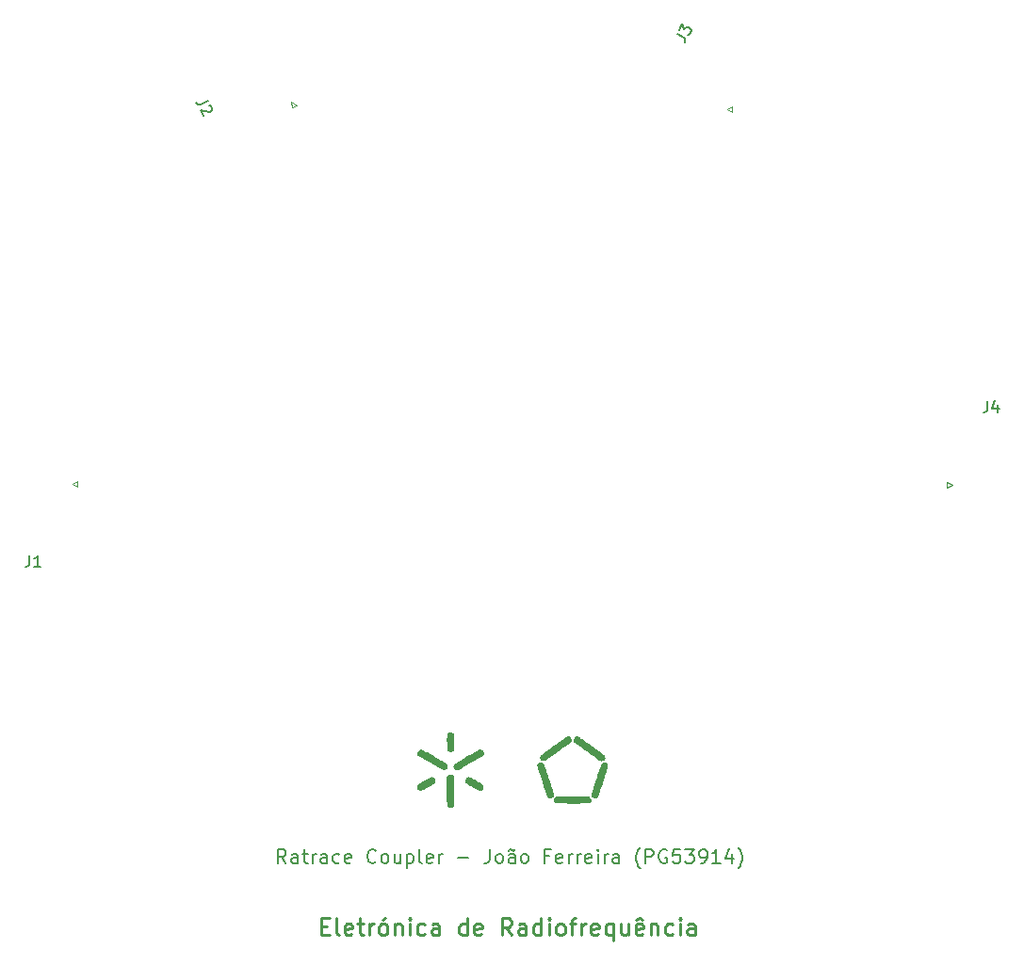
<source format=gto>
%TF.GenerationSoftware,KiCad,Pcbnew,8.0.7-8.0.7-0~ubuntu22.04.1*%
%TF.CreationDate,2025-04-11T11:52:52+01:00*%
%TF.ProjectId,ratrace_coupler,72617472-6163-4655-9f63-6f75706c6572,rev?*%
%TF.SameCoordinates,Original*%
%TF.FileFunction,Legend,Top*%
%TF.FilePolarity,Positive*%
%FSLAX46Y46*%
G04 Gerber Fmt 4.6, Leading zero omitted, Abs format (unit mm)*
G04 Created by KiCad (PCBNEW 8.0.7-8.0.7-0~ubuntu22.04.1) date 2025-04-11 11:52:52*
%MOMM*%
%LPD*%
G01*
G04 APERTURE LIST*
G04 Aperture macros list*
%AMRotRect*
0 Rectangle, with rotation*
0 The origin of the aperture is its center*
0 $1 length*
0 $2 width*
0 $3 Rotation angle, in degrees counterclockwise*
0 Add horizontal line*
21,1,$1,$2,0,0,$3*%
G04 Aperture macros list end*
%ADD10C,0.150000*%
%ADD11C,0.250000*%
%ADD12C,0.120000*%
%ADD13C,0.000000*%
%ADD14RotRect,5.080000X2.290000X300.000000*%
%ADD15RotRect,5.080000X2.420000X300.000000*%
%ADD16RotRect,5.080000X2.290000X240.000000*%
%ADD17RotRect,5.080000X2.420000X240.000000*%
%ADD18R,5.080000X2.290000*%
%ADD19R,5.080000X2.420000*%
G04 APERTURE END LIST*
D10*
X102710588Y-137939223D02*
X102293922Y-137343985D01*
X101996303Y-137939223D02*
X101996303Y-136689223D01*
X101996303Y-136689223D02*
X102472493Y-136689223D01*
X102472493Y-136689223D02*
X102591541Y-136748747D01*
X102591541Y-136748747D02*
X102651064Y-136808271D01*
X102651064Y-136808271D02*
X102710588Y-136927319D01*
X102710588Y-136927319D02*
X102710588Y-137105890D01*
X102710588Y-137105890D02*
X102651064Y-137224938D01*
X102651064Y-137224938D02*
X102591541Y-137284461D01*
X102591541Y-137284461D02*
X102472493Y-137343985D01*
X102472493Y-137343985D02*
X101996303Y-137343985D01*
X103782017Y-137939223D02*
X103782017Y-137284461D01*
X103782017Y-137284461D02*
X103722493Y-137165414D01*
X103722493Y-137165414D02*
X103603445Y-137105890D01*
X103603445Y-137105890D02*
X103365350Y-137105890D01*
X103365350Y-137105890D02*
X103246303Y-137165414D01*
X103782017Y-137879700D02*
X103662969Y-137939223D01*
X103662969Y-137939223D02*
X103365350Y-137939223D01*
X103365350Y-137939223D02*
X103246303Y-137879700D01*
X103246303Y-137879700D02*
X103186779Y-137760652D01*
X103186779Y-137760652D02*
X103186779Y-137641604D01*
X103186779Y-137641604D02*
X103246303Y-137522557D01*
X103246303Y-137522557D02*
X103365350Y-137463033D01*
X103365350Y-137463033D02*
X103662969Y-137463033D01*
X103662969Y-137463033D02*
X103782017Y-137403509D01*
X104198683Y-137105890D02*
X104674874Y-137105890D01*
X104377255Y-136689223D02*
X104377255Y-137760652D01*
X104377255Y-137760652D02*
X104436778Y-137879700D01*
X104436778Y-137879700D02*
X104555826Y-137939223D01*
X104555826Y-137939223D02*
X104674874Y-137939223D01*
X105091541Y-137939223D02*
X105091541Y-137105890D01*
X105091541Y-137343985D02*
X105151064Y-137224938D01*
X105151064Y-137224938D02*
X105210588Y-137165414D01*
X105210588Y-137165414D02*
X105329636Y-137105890D01*
X105329636Y-137105890D02*
X105448683Y-137105890D01*
X106401065Y-137939223D02*
X106401065Y-137284461D01*
X106401065Y-137284461D02*
X106341541Y-137165414D01*
X106341541Y-137165414D02*
X106222493Y-137105890D01*
X106222493Y-137105890D02*
X105984398Y-137105890D01*
X105984398Y-137105890D02*
X105865351Y-137165414D01*
X106401065Y-137879700D02*
X106282017Y-137939223D01*
X106282017Y-137939223D02*
X105984398Y-137939223D01*
X105984398Y-137939223D02*
X105865351Y-137879700D01*
X105865351Y-137879700D02*
X105805827Y-137760652D01*
X105805827Y-137760652D02*
X105805827Y-137641604D01*
X105805827Y-137641604D02*
X105865351Y-137522557D01*
X105865351Y-137522557D02*
X105984398Y-137463033D01*
X105984398Y-137463033D02*
X106282017Y-137463033D01*
X106282017Y-137463033D02*
X106401065Y-137403509D01*
X107532017Y-137879700D02*
X107412969Y-137939223D01*
X107412969Y-137939223D02*
X107174874Y-137939223D01*
X107174874Y-137939223D02*
X107055826Y-137879700D01*
X107055826Y-137879700D02*
X106996303Y-137820176D01*
X106996303Y-137820176D02*
X106936779Y-137701128D01*
X106936779Y-137701128D02*
X106936779Y-137343985D01*
X106936779Y-137343985D02*
X106996303Y-137224938D01*
X106996303Y-137224938D02*
X107055826Y-137165414D01*
X107055826Y-137165414D02*
X107174874Y-137105890D01*
X107174874Y-137105890D02*
X107412969Y-137105890D01*
X107412969Y-137105890D02*
X107532017Y-137165414D01*
X108543922Y-137879700D02*
X108424874Y-137939223D01*
X108424874Y-137939223D02*
X108186779Y-137939223D01*
X108186779Y-137939223D02*
X108067732Y-137879700D01*
X108067732Y-137879700D02*
X108008208Y-137760652D01*
X108008208Y-137760652D02*
X108008208Y-137284461D01*
X108008208Y-137284461D02*
X108067732Y-137165414D01*
X108067732Y-137165414D02*
X108186779Y-137105890D01*
X108186779Y-137105890D02*
X108424874Y-137105890D01*
X108424874Y-137105890D02*
X108543922Y-137165414D01*
X108543922Y-137165414D02*
X108603446Y-137284461D01*
X108603446Y-137284461D02*
X108603446Y-137403509D01*
X108603446Y-137403509D02*
X108008208Y-137522557D01*
X110805827Y-137820176D02*
X110746303Y-137879700D01*
X110746303Y-137879700D02*
X110567732Y-137939223D01*
X110567732Y-137939223D02*
X110448684Y-137939223D01*
X110448684Y-137939223D02*
X110270113Y-137879700D01*
X110270113Y-137879700D02*
X110151065Y-137760652D01*
X110151065Y-137760652D02*
X110091542Y-137641604D01*
X110091542Y-137641604D02*
X110032018Y-137403509D01*
X110032018Y-137403509D02*
X110032018Y-137224938D01*
X110032018Y-137224938D02*
X110091542Y-136986842D01*
X110091542Y-136986842D02*
X110151065Y-136867795D01*
X110151065Y-136867795D02*
X110270113Y-136748747D01*
X110270113Y-136748747D02*
X110448684Y-136689223D01*
X110448684Y-136689223D02*
X110567732Y-136689223D01*
X110567732Y-136689223D02*
X110746303Y-136748747D01*
X110746303Y-136748747D02*
X110805827Y-136808271D01*
X111520113Y-137939223D02*
X111401065Y-137879700D01*
X111401065Y-137879700D02*
X111341542Y-137820176D01*
X111341542Y-137820176D02*
X111282018Y-137701128D01*
X111282018Y-137701128D02*
X111282018Y-137343985D01*
X111282018Y-137343985D02*
X111341542Y-137224938D01*
X111341542Y-137224938D02*
X111401065Y-137165414D01*
X111401065Y-137165414D02*
X111520113Y-137105890D01*
X111520113Y-137105890D02*
X111698684Y-137105890D01*
X111698684Y-137105890D02*
X111817732Y-137165414D01*
X111817732Y-137165414D02*
X111877256Y-137224938D01*
X111877256Y-137224938D02*
X111936780Y-137343985D01*
X111936780Y-137343985D02*
X111936780Y-137701128D01*
X111936780Y-137701128D02*
X111877256Y-137820176D01*
X111877256Y-137820176D02*
X111817732Y-137879700D01*
X111817732Y-137879700D02*
X111698684Y-137939223D01*
X111698684Y-137939223D02*
X111520113Y-137939223D01*
X113008208Y-137105890D02*
X113008208Y-137939223D01*
X112472494Y-137105890D02*
X112472494Y-137760652D01*
X112472494Y-137760652D02*
X112532017Y-137879700D01*
X112532017Y-137879700D02*
X112651065Y-137939223D01*
X112651065Y-137939223D02*
X112829636Y-137939223D01*
X112829636Y-137939223D02*
X112948684Y-137879700D01*
X112948684Y-137879700D02*
X113008208Y-137820176D01*
X113603446Y-137105890D02*
X113603446Y-138355890D01*
X113603446Y-137165414D02*
X113722493Y-137105890D01*
X113722493Y-137105890D02*
X113960588Y-137105890D01*
X113960588Y-137105890D02*
X114079636Y-137165414D01*
X114079636Y-137165414D02*
X114139160Y-137224938D01*
X114139160Y-137224938D02*
X114198684Y-137343985D01*
X114198684Y-137343985D02*
X114198684Y-137701128D01*
X114198684Y-137701128D02*
X114139160Y-137820176D01*
X114139160Y-137820176D02*
X114079636Y-137879700D01*
X114079636Y-137879700D02*
X113960588Y-137939223D01*
X113960588Y-137939223D02*
X113722493Y-137939223D01*
X113722493Y-137939223D02*
X113603446Y-137879700D01*
X114912969Y-137939223D02*
X114793921Y-137879700D01*
X114793921Y-137879700D02*
X114734398Y-137760652D01*
X114734398Y-137760652D02*
X114734398Y-136689223D01*
X115865350Y-137879700D02*
X115746302Y-137939223D01*
X115746302Y-137939223D02*
X115508207Y-137939223D01*
X115508207Y-137939223D02*
X115389160Y-137879700D01*
X115389160Y-137879700D02*
X115329636Y-137760652D01*
X115329636Y-137760652D02*
X115329636Y-137284461D01*
X115329636Y-137284461D02*
X115389160Y-137165414D01*
X115389160Y-137165414D02*
X115508207Y-137105890D01*
X115508207Y-137105890D02*
X115746302Y-137105890D01*
X115746302Y-137105890D02*
X115865350Y-137165414D01*
X115865350Y-137165414D02*
X115924874Y-137284461D01*
X115924874Y-137284461D02*
X115924874Y-137403509D01*
X115924874Y-137403509D02*
X115329636Y-137522557D01*
X116460589Y-137939223D02*
X116460589Y-137105890D01*
X116460589Y-137343985D02*
X116520112Y-137224938D01*
X116520112Y-137224938D02*
X116579636Y-137165414D01*
X116579636Y-137165414D02*
X116698684Y-137105890D01*
X116698684Y-137105890D02*
X116817731Y-137105890D01*
X118186780Y-137463033D02*
X119139161Y-137463033D01*
X121043922Y-136689223D02*
X121043922Y-137582080D01*
X121043922Y-137582080D02*
X120984399Y-137760652D01*
X120984399Y-137760652D02*
X120865351Y-137879700D01*
X120865351Y-137879700D02*
X120686780Y-137939223D01*
X120686780Y-137939223D02*
X120567732Y-137939223D01*
X121817732Y-137939223D02*
X121698684Y-137879700D01*
X121698684Y-137879700D02*
X121639161Y-137820176D01*
X121639161Y-137820176D02*
X121579637Y-137701128D01*
X121579637Y-137701128D02*
X121579637Y-137343985D01*
X121579637Y-137343985D02*
X121639161Y-137224938D01*
X121639161Y-137224938D02*
X121698684Y-137165414D01*
X121698684Y-137165414D02*
X121817732Y-137105890D01*
X121817732Y-137105890D02*
X121996303Y-137105890D01*
X121996303Y-137105890D02*
X122115351Y-137165414D01*
X122115351Y-137165414D02*
X122174875Y-137224938D01*
X122174875Y-137224938D02*
X122234399Y-137343985D01*
X122234399Y-137343985D02*
X122234399Y-137701128D01*
X122234399Y-137701128D02*
X122174875Y-137820176D01*
X122174875Y-137820176D02*
X122115351Y-137879700D01*
X122115351Y-137879700D02*
X121996303Y-137939223D01*
X121996303Y-137939223D02*
X121817732Y-137939223D01*
X123305827Y-137939223D02*
X123305827Y-137284461D01*
X123305827Y-137284461D02*
X123246303Y-137165414D01*
X123246303Y-137165414D02*
X123127255Y-137105890D01*
X123127255Y-137105890D02*
X122889160Y-137105890D01*
X122889160Y-137105890D02*
X122770113Y-137165414D01*
X123305827Y-137879700D02*
X123186779Y-137939223D01*
X123186779Y-137939223D02*
X122889160Y-137939223D01*
X122889160Y-137939223D02*
X122770113Y-137879700D01*
X122770113Y-137879700D02*
X122710589Y-137760652D01*
X122710589Y-137760652D02*
X122710589Y-137641604D01*
X122710589Y-137641604D02*
X122770113Y-137522557D01*
X122770113Y-137522557D02*
X122889160Y-137463033D01*
X122889160Y-137463033D02*
X123186779Y-137463033D01*
X123186779Y-137463033D02*
X123305827Y-137403509D01*
X122710589Y-136808271D02*
X122770113Y-136748747D01*
X122770113Y-136748747D02*
X122889160Y-136689223D01*
X122889160Y-136689223D02*
X123127255Y-136808271D01*
X123127255Y-136808271D02*
X123246303Y-136748747D01*
X123246303Y-136748747D02*
X123305827Y-136689223D01*
X124079636Y-137939223D02*
X123960588Y-137879700D01*
X123960588Y-137879700D02*
X123901065Y-137820176D01*
X123901065Y-137820176D02*
X123841541Y-137701128D01*
X123841541Y-137701128D02*
X123841541Y-137343985D01*
X123841541Y-137343985D02*
X123901065Y-137224938D01*
X123901065Y-137224938D02*
X123960588Y-137165414D01*
X123960588Y-137165414D02*
X124079636Y-137105890D01*
X124079636Y-137105890D02*
X124258207Y-137105890D01*
X124258207Y-137105890D02*
X124377255Y-137165414D01*
X124377255Y-137165414D02*
X124436779Y-137224938D01*
X124436779Y-137224938D02*
X124496303Y-137343985D01*
X124496303Y-137343985D02*
X124496303Y-137701128D01*
X124496303Y-137701128D02*
X124436779Y-137820176D01*
X124436779Y-137820176D02*
X124377255Y-137879700D01*
X124377255Y-137879700D02*
X124258207Y-137939223D01*
X124258207Y-137939223D02*
X124079636Y-137939223D01*
X126401064Y-137284461D02*
X125984398Y-137284461D01*
X125984398Y-137939223D02*
X125984398Y-136689223D01*
X125984398Y-136689223D02*
X126579636Y-136689223D01*
X127532017Y-137879700D02*
X127412969Y-137939223D01*
X127412969Y-137939223D02*
X127174874Y-137939223D01*
X127174874Y-137939223D02*
X127055827Y-137879700D01*
X127055827Y-137879700D02*
X126996303Y-137760652D01*
X126996303Y-137760652D02*
X126996303Y-137284461D01*
X126996303Y-137284461D02*
X127055827Y-137165414D01*
X127055827Y-137165414D02*
X127174874Y-137105890D01*
X127174874Y-137105890D02*
X127412969Y-137105890D01*
X127412969Y-137105890D02*
X127532017Y-137165414D01*
X127532017Y-137165414D02*
X127591541Y-137284461D01*
X127591541Y-137284461D02*
X127591541Y-137403509D01*
X127591541Y-137403509D02*
X126996303Y-137522557D01*
X128127256Y-137939223D02*
X128127256Y-137105890D01*
X128127256Y-137343985D02*
X128186779Y-137224938D01*
X128186779Y-137224938D02*
X128246303Y-137165414D01*
X128246303Y-137165414D02*
X128365351Y-137105890D01*
X128365351Y-137105890D02*
X128484398Y-137105890D01*
X128901066Y-137939223D02*
X128901066Y-137105890D01*
X128901066Y-137343985D02*
X128960589Y-137224938D01*
X128960589Y-137224938D02*
X129020113Y-137165414D01*
X129020113Y-137165414D02*
X129139161Y-137105890D01*
X129139161Y-137105890D02*
X129258208Y-137105890D01*
X130151066Y-137879700D02*
X130032018Y-137939223D01*
X130032018Y-137939223D02*
X129793923Y-137939223D01*
X129793923Y-137939223D02*
X129674876Y-137879700D01*
X129674876Y-137879700D02*
X129615352Y-137760652D01*
X129615352Y-137760652D02*
X129615352Y-137284461D01*
X129615352Y-137284461D02*
X129674876Y-137165414D01*
X129674876Y-137165414D02*
X129793923Y-137105890D01*
X129793923Y-137105890D02*
X130032018Y-137105890D01*
X130032018Y-137105890D02*
X130151066Y-137165414D01*
X130151066Y-137165414D02*
X130210590Y-137284461D01*
X130210590Y-137284461D02*
X130210590Y-137403509D01*
X130210590Y-137403509D02*
X129615352Y-137522557D01*
X130746305Y-137939223D02*
X130746305Y-137105890D01*
X130746305Y-136689223D02*
X130686781Y-136748747D01*
X130686781Y-136748747D02*
X130746305Y-136808271D01*
X130746305Y-136808271D02*
X130805828Y-136748747D01*
X130805828Y-136748747D02*
X130746305Y-136689223D01*
X130746305Y-136689223D02*
X130746305Y-136808271D01*
X131341543Y-137939223D02*
X131341543Y-137105890D01*
X131341543Y-137343985D02*
X131401066Y-137224938D01*
X131401066Y-137224938D02*
X131460590Y-137165414D01*
X131460590Y-137165414D02*
X131579638Y-137105890D01*
X131579638Y-137105890D02*
X131698685Y-137105890D01*
X132651067Y-137939223D02*
X132651067Y-137284461D01*
X132651067Y-137284461D02*
X132591543Y-137165414D01*
X132591543Y-137165414D02*
X132472495Y-137105890D01*
X132472495Y-137105890D02*
X132234400Y-137105890D01*
X132234400Y-137105890D02*
X132115353Y-137165414D01*
X132651067Y-137879700D02*
X132532019Y-137939223D01*
X132532019Y-137939223D02*
X132234400Y-137939223D01*
X132234400Y-137939223D02*
X132115353Y-137879700D01*
X132115353Y-137879700D02*
X132055829Y-137760652D01*
X132055829Y-137760652D02*
X132055829Y-137641604D01*
X132055829Y-137641604D02*
X132115353Y-137522557D01*
X132115353Y-137522557D02*
X132234400Y-137463033D01*
X132234400Y-137463033D02*
X132532019Y-137463033D01*
X132532019Y-137463033D02*
X132651067Y-137403509D01*
X134555828Y-138415414D02*
X134496305Y-138355890D01*
X134496305Y-138355890D02*
X134377257Y-138177319D01*
X134377257Y-138177319D02*
X134317733Y-138058271D01*
X134317733Y-138058271D02*
X134258209Y-137879700D01*
X134258209Y-137879700D02*
X134198686Y-137582080D01*
X134198686Y-137582080D02*
X134198686Y-137343985D01*
X134198686Y-137343985D02*
X134258209Y-137046366D01*
X134258209Y-137046366D02*
X134317733Y-136867795D01*
X134317733Y-136867795D02*
X134377257Y-136748747D01*
X134377257Y-136748747D02*
X134496305Y-136570176D01*
X134496305Y-136570176D02*
X134555828Y-136510652D01*
X135032019Y-137939223D02*
X135032019Y-136689223D01*
X135032019Y-136689223D02*
X135508209Y-136689223D01*
X135508209Y-136689223D02*
X135627257Y-136748747D01*
X135627257Y-136748747D02*
X135686780Y-136808271D01*
X135686780Y-136808271D02*
X135746304Y-136927319D01*
X135746304Y-136927319D02*
X135746304Y-137105890D01*
X135746304Y-137105890D02*
X135686780Y-137224938D01*
X135686780Y-137224938D02*
X135627257Y-137284461D01*
X135627257Y-137284461D02*
X135508209Y-137343985D01*
X135508209Y-137343985D02*
X135032019Y-137343985D01*
X136936780Y-136748747D02*
X136817733Y-136689223D01*
X136817733Y-136689223D02*
X136639161Y-136689223D01*
X136639161Y-136689223D02*
X136460590Y-136748747D01*
X136460590Y-136748747D02*
X136341542Y-136867795D01*
X136341542Y-136867795D02*
X136282019Y-136986842D01*
X136282019Y-136986842D02*
X136222495Y-137224938D01*
X136222495Y-137224938D02*
X136222495Y-137403509D01*
X136222495Y-137403509D02*
X136282019Y-137641604D01*
X136282019Y-137641604D02*
X136341542Y-137760652D01*
X136341542Y-137760652D02*
X136460590Y-137879700D01*
X136460590Y-137879700D02*
X136639161Y-137939223D01*
X136639161Y-137939223D02*
X136758209Y-137939223D01*
X136758209Y-137939223D02*
X136936780Y-137879700D01*
X136936780Y-137879700D02*
X136996304Y-137820176D01*
X136996304Y-137820176D02*
X136996304Y-137403509D01*
X136996304Y-137403509D02*
X136758209Y-137403509D01*
X138127257Y-136689223D02*
X137532019Y-136689223D01*
X137532019Y-136689223D02*
X137472495Y-137284461D01*
X137472495Y-137284461D02*
X137532019Y-137224938D01*
X137532019Y-137224938D02*
X137651066Y-137165414D01*
X137651066Y-137165414D02*
X137948685Y-137165414D01*
X137948685Y-137165414D02*
X138067733Y-137224938D01*
X138067733Y-137224938D02*
X138127257Y-137284461D01*
X138127257Y-137284461D02*
X138186780Y-137403509D01*
X138186780Y-137403509D02*
X138186780Y-137701128D01*
X138186780Y-137701128D02*
X138127257Y-137820176D01*
X138127257Y-137820176D02*
X138067733Y-137879700D01*
X138067733Y-137879700D02*
X137948685Y-137939223D01*
X137948685Y-137939223D02*
X137651066Y-137939223D01*
X137651066Y-137939223D02*
X137532019Y-137879700D01*
X137532019Y-137879700D02*
X137472495Y-137820176D01*
X138603447Y-136689223D02*
X139377256Y-136689223D01*
X139377256Y-136689223D02*
X138960590Y-137165414D01*
X138960590Y-137165414D02*
X139139161Y-137165414D01*
X139139161Y-137165414D02*
X139258209Y-137224938D01*
X139258209Y-137224938D02*
X139317733Y-137284461D01*
X139317733Y-137284461D02*
X139377256Y-137403509D01*
X139377256Y-137403509D02*
X139377256Y-137701128D01*
X139377256Y-137701128D02*
X139317733Y-137820176D01*
X139317733Y-137820176D02*
X139258209Y-137879700D01*
X139258209Y-137879700D02*
X139139161Y-137939223D01*
X139139161Y-137939223D02*
X138782018Y-137939223D01*
X138782018Y-137939223D02*
X138662971Y-137879700D01*
X138662971Y-137879700D02*
X138603447Y-137820176D01*
X139972494Y-137939223D02*
X140210590Y-137939223D01*
X140210590Y-137939223D02*
X140329637Y-137879700D01*
X140329637Y-137879700D02*
X140389161Y-137820176D01*
X140389161Y-137820176D02*
X140508209Y-137641604D01*
X140508209Y-137641604D02*
X140567732Y-137403509D01*
X140567732Y-137403509D02*
X140567732Y-136927319D01*
X140567732Y-136927319D02*
X140508209Y-136808271D01*
X140508209Y-136808271D02*
X140448685Y-136748747D01*
X140448685Y-136748747D02*
X140329637Y-136689223D01*
X140329637Y-136689223D02*
X140091542Y-136689223D01*
X140091542Y-136689223D02*
X139972494Y-136748747D01*
X139972494Y-136748747D02*
X139912971Y-136808271D01*
X139912971Y-136808271D02*
X139853447Y-136927319D01*
X139853447Y-136927319D02*
X139853447Y-137224938D01*
X139853447Y-137224938D02*
X139912971Y-137343985D01*
X139912971Y-137343985D02*
X139972494Y-137403509D01*
X139972494Y-137403509D02*
X140091542Y-137463033D01*
X140091542Y-137463033D02*
X140329637Y-137463033D01*
X140329637Y-137463033D02*
X140448685Y-137403509D01*
X140448685Y-137403509D02*
X140508209Y-137343985D01*
X140508209Y-137343985D02*
X140567732Y-137224938D01*
X141758208Y-137939223D02*
X141043923Y-137939223D01*
X141401066Y-137939223D02*
X141401066Y-136689223D01*
X141401066Y-136689223D02*
X141282018Y-136867795D01*
X141282018Y-136867795D02*
X141162970Y-136986842D01*
X141162970Y-136986842D02*
X141043923Y-137046366D01*
X142829637Y-137105890D02*
X142829637Y-137939223D01*
X142532018Y-136629700D02*
X142234399Y-137522557D01*
X142234399Y-137522557D02*
X143008208Y-137522557D01*
X143365351Y-138415414D02*
X143424875Y-138355890D01*
X143424875Y-138355890D02*
X143543922Y-138177319D01*
X143543922Y-138177319D02*
X143603446Y-138058271D01*
X143603446Y-138058271D02*
X143662970Y-137879700D01*
X143662970Y-137879700D02*
X143722494Y-137582080D01*
X143722494Y-137582080D02*
X143722494Y-137343985D01*
X143722494Y-137343985D02*
X143662970Y-137046366D01*
X143662970Y-137046366D02*
X143603446Y-136867795D01*
X143603446Y-136867795D02*
X143543922Y-136748747D01*
X143543922Y-136748747D02*
X143424875Y-136570176D01*
X143424875Y-136570176D02*
X143365351Y-136510652D01*
D11*
X105921615Y-143617714D02*
X106421615Y-143617714D01*
X106635901Y-144403428D02*
X105921615Y-144403428D01*
X105921615Y-144403428D02*
X105921615Y-142903428D01*
X105921615Y-142903428D02*
X106635901Y-142903428D01*
X107493044Y-144403428D02*
X107350187Y-144332000D01*
X107350187Y-144332000D02*
X107278758Y-144189142D01*
X107278758Y-144189142D02*
X107278758Y-142903428D01*
X108635901Y-144332000D02*
X108493044Y-144403428D01*
X108493044Y-144403428D02*
X108207330Y-144403428D01*
X108207330Y-144403428D02*
X108064472Y-144332000D01*
X108064472Y-144332000D02*
X107993044Y-144189142D01*
X107993044Y-144189142D02*
X107993044Y-143617714D01*
X107993044Y-143617714D02*
X108064472Y-143474857D01*
X108064472Y-143474857D02*
X108207330Y-143403428D01*
X108207330Y-143403428D02*
X108493044Y-143403428D01*
X108493044Y-143403428D02*
X108635901Y-143474857D01*
X108635901Y-143474857D02*
X108707330Y-143617714D01*
X108707330Y-143617714D02*
X108707330Y-143760571D01*
X108707330Y-143760571D02*
X107993044Y-143903428D01*
X109135901Y-143403428D02*
X109707329Y-143403428D01*
X109350186Y-142903428D02*
X109350186Y-144189142D01*
X109350186Y-144189142D02*
X109421615Y-144332000D01*
X109421615Y-144332000D02*
X109564472Y-144403428D01*
X109564472Y-144403428D02*
X109707329Y-144403428D01*
X110207329Y-144403428D02*
X110207329Y-143403428D01*
X110207329Y-143689142D02*
X110278758Y-143546285D01*
X110278758Y-143546285D02*
X110350187Y-143474857D01*
X110350187Y-143474857D02*
X110493044Y-143403428D01*
X110493044Y-143403428D02*
X110635901Y-143403428D01*
X111350186Y-144403428D02*
X111207329Y-144332000D01*
X111207329Y-144332000D02*
X111135900Y-144260571D01*
X111135900Y-144260571D02*
X111064472Y-144117714D01*
X111064472Y-144117714D02*
X111064472Y-143689142D01*
X111064472Y-143689142D02*
X111135900Y-143546285D01*
X111135900Y-143546285D02*
X111207329Y-143474857D01*
X111207329Y-143474857D02*
X111350186Y-143403428D01*
X111350186Y-143403428D02*
X111564472Y-143403428D01*
X111564472Y-143403428D02*
X111707329Y-143474857D01*
X111707329Y-143474857D02*
X111778758Y-143546285D01*
X111778758Y-143546285D02*
X111850186Y-143689142D01*
X111850186Y-143689142D02*
X111850186Y-144117714D01*
X111850186Y-144117714D02*
X111778758Y-144260571D01*
X111778758Y-144260571D02*
X111707329Y-144332000D01*
X111707329Y-144332000D02*
X111564472Y-144403428D01*
X111564472Y-144403428D02*
X111350186Y-144403428D01*
X111635900Y-142832000D02*
X111421615Y-143046285D01*
X112493043Y-143403428D02*
X112493043Y-144403428D01*
X112493043Y-143546285D02*
X112564472Y-143474857D01*
X112564472Y-143474857D02*
X112707329Y-143403428D01*
X112707329Y-143403428D02*
X112921615Y-143403428D01*
X112921615Y-143403428D02*
X113064472Y-143474857D01*
X113064472Y-143474857D02*
X113135901Y-143617714D01*
X113135901Y-143617714D02*
X113135901Y-144403428D01*
X113850186Y-144403428D02*
X113850186Y-143403428D01*
X113850186Y-142903428D02*
X113778758Y-142974857D01*
X113778758Y-142974857D02*
X113850186Y-143046285D01*
X113850186Y-143046285D02*
X113921615Y-142974857D01*
X113921615Y-142974857D02*
X113850186Y-142903428D01*
X113850186Y-142903428D02*
X113850186Y-143046285D01*
X115207330Y-144332000D02*
X115064472Y-144403428D01*
X115064472Y-144403428D02*
X114778758Y-144403428D01*
X114778758Y-144403428D02*
X114635901Y-144332000D01*
X114635901Y-144332000D02*
X114564472Y-144260571D01*
X114564472Y-144260571D02*
X114493044Y-144117714D01*
X114493044Y-144117714D02*
X114493044Y-143689142D01*
X114493044Y-143689142D02*
X114564472Y-143546285D01*
X114564472Y-143546285D02*
X114635901Y-143474857D01*
X114635901Y-143474857D02*
X114778758Y-143403428D01*
X114778758Y-143403428D02*
X115064472Y-143403428D01*
X115064472Y-143403428D02*
X115207330Y-143474857D01*
X116493044Y-144403428D02*
X116493044Y-143617714D01*
X116493044Y-143617714D02*
X116421615Y-143474857D01*
X116421615Y-143474857D02*
X116278758Y-143403428D01*
X116278758Y-143403428D02*
X115993044Y-143403428D01*
X115993044Y-143403428D02*
X115850186Y-143474857D01*
X116493044Y-144332000D02*
X116350186Y-144403428D01*
X116350186Y-144403428D02*
X115993044Y-144403428D01*
X115993044Y-144403428D02*
X115850186Y-144332000D01*
X115850186Y-144332000D02*
X115778758Y-144189142D01*
X115778758Y-144189142D02*
X115778758Y-144046285D01*
X115778758Y-144046285D02*
X115850186Y-143903428D01*
X115850186Y-143903428D02*
X115993044Y-143832000D01*
X115993044Y-143832000D02*
X116350186Y-143832000D01*
X116350186Y-143832000D02*
X116493044Y-143760571D01*
X118993044Y-144403428D02*
X118993044Y-142903428D01*
X118993044Y-144332000D02*
X118850186Y-144403428D01*
X118850186Y-144403428D02*
X118564472Y-144403428D01*
X118564472Y-144403428D02*
X118421615Y-144332000D01*
X118421615Y-144332000D02*
X118350186Y-144260571D01*
X118350186Y-144260571D02*
X118278758Y-144117714D01*
X118278758Y-144117714D02*
X118278758Y-143689142D01*
X118278758Y-143689142D02*
X118350186Y-143546285D01*
X118350186Y-143546285D02*
X118421615Y-143474857D01*
X118421615Y-143474857D02*
X118564472Y-143403428D01*
X118564472Y-143403428D02*
X118850186Y-143403428D01*
X118850186Y-143403428D02*
X118993044Y-143474857D01*
X120278758Y-144332000D02*
X120135901Y-144403428D01*
X120135901Y-144403428D02*
X119850187Y-144403428D01*
X119850187Y-144403428D02*
X119707329Y-144332000D01*
X119707329Y-144332000D02*
X119635901Y-144189142D01*
X119635901Y-144189142D02*
X119635901Y-143617714D01*
X119635901Y-143617714D02*
X119707329Y-143474857D01*
X119707329Y-143474857D02*
X119850187Y-143403428D01*
X119850187Y-143403428D02*
X120135901Y-143403428D01*
X120135901Y-143403428D02*
X120278758Y-143474857D01*
X120278758Y-143474857D02*
X120350187Y-143617714D01*
X120350187Y-143617714D02*
X120350187Y-143760571D01*
X120350187Y-143760571D02*
X119635901Y-143903428D01*
X122993043Y-144403428D02*
X122493043Y-143689142D01*
X122135900Y-144403428D02*
X122135900Y-142903428D01*
X122135900Y-142903428D02*
X122707329Y-142903428D01*
X122707329Y-142903428D02*
X122850186Y-142974857D01*
X122850186Y-142974857D02*
X122921615Y-143046285D01*
X122921615Y-143046285D02*
X122993043Y-143189142D01*
X122993043Y-143189142D02*
X122993043Y-143403428D01*
X122993043Y-143403428D02*
X122921615Y-143546285D01*
X122921615Y-143546285D02*
X122850186Y-143617714D01*
X122850186Y-143617714D02*
X122707329Y-143689142D01*
X122707329Y-143689142D02*
X122135900Y-143689142D01*
X124278758Y-144403428D02*
X124278758Y-143617714D01*
X124278758Y-143617714D02*
X124207329Y-143474857D01*
X124207329Y-143474857D02*
X124064472Y-143403428D01*
X124064472Y-143403428D02*
X123778758Y-143403428D01*
X123778758Y-143403428D02*
X123635900Y-143474857D01*
X124278758Y-144332000D02*
X124135900Y-144403428D01*
X124135900Y-144403428D02*
X123778758Y-144403428D01*
X123778758Y-144403428D02*
X123635900Y-144332000D01*
X123635900Y-144332000D02*
X123564472Y-144189142D01*
X123564472Y-144189142D02*
X123564472Y-144046285D01*
X123564472Y-144046285D02*
X123635900Y-143903428D01*
X123635900Y-143903428D02*
X123778758Y-143832000D01*
X123778758Y-143832000D02*
X124135900Y-143832000D01*
X124135900Y-143832000D02*
X124278758Y-143760571D01*
X125635901Y-144403428D02*
X125635901Y-142903428D01*
X125635901Y-144332000D02*
X125493043Y-144403428D01*
X125493043Y-144403428D02*
X125207329Y-144403428D01*
X125207329Y-144403428D02*
X125064472Y-144332000D01*
X125064472Y-144332000D02*
X124993043Y-144260571D01*
X124993043Y-144260571D02*
X124921615Y-144117714D01*
X124921615Y-144117714D02*
X124921615Y-143689142D01*
X124921615Y-143689142D02*
X124993043Y-143546285D01*
X124993043Y-143546285D02*
X125064472Y-143474857D01*
X125064472Y-143474857D02*
X125207329Y-143403428D01*
X125207329Y-143403428D02*
X125493043Y-143403428D01*
X125493043Y-143403428D02*
X125635901Y-143474857D01*
X126350186Y-144403428D02*
X126350186Y-143403428D01*
X126350186Y-142903428D02*
X126278758Y-142974857D01*
X126278758Y-142974857D02*
X126350186Y-143046285D01*
X126350186Y-143046285D02*
X126421615Y-142974857D01*
X126421615Y-142974857D02*
X126350186Y-142903428D01*
X126350186Y-142903428D02*
X126350186Y-143046285D01*
X127278758Y-144403428D02*
X127135901Y-144332000D01*
X127135901Y-144332000D02*
X127064472Y-144260571D01*
X127064472Y-144260571D02*
X126993044Y-144117714D01*
X126993044Y-144117714D02*
X126993044Y-143689142D01*
X126993044Y-143689142D02*
X127064472Y-143546285D01*
X127064472Y-143546285D02*
X127135901Y-143474857D01*
X127135901Y-143474857D02*
X127278758Y-143403428D01*
X127278758Y-143403428D02*
X127493044Y-143403428D01*
X127493044Y-143403428D02*
X127635901Y-143474857D01*
X127635901Y-143474857D02*
X127707330Y-143546285D01*
X127707330Y-143546285D02*
X127778758Y-143689142D01*
X127778758Y-143689142D02*
X127778758Y-144117714D01*
X127778758Y-144117714D02*
X127707330Y-144260571D01*
X127707330Y-144260571D02*
X127635901Y-144332000D01*
X127635901Y-144332000D02*
X127493044Y-144403428D01*
X127493044Y-144403428D02*
X127278758Y-144403428D01*
X128207330Y-143403428D02*
X128778758Y-143403428D01*
X128421615Y-144403428D02*
X128421615Y-143117714D01*
X128421615Y-143117714D02*
X128493044Y-142974857D01*
X128493044Y-142974857D02*
X128635901Y-142903428D01*
X128635901Y-142903428D02*
X128778758Y-142903428D01*
X129278758Y-144403428D02*
X129278758Y-143403428D01*
X129278758Y-143689142D02*
X129350187Y-143546285D01*
X129350187Y-143546285D02*
X129421616Y-143474857D01*
X129421616Y-143474857D02*
X129564473Y-143403428D01*
X129564473Y-143403428D02*
X129707330Y-143403428D01*
X130778758Y-144332000D02*
X130635901Y-144403428D01*
X130635901Y-144403428D02*
X130350187Y-144403428D01*
X130350187Y-144403428D02*
X130207329Y-144332000D01*
X130207329Y-144332000D02*
X130135901Y-144189142D01*
X130135901Y-144189142D02*
X130135901Y-143617714D01*
X130135901Y-143617714D02*
X130207329Y-143474857D01*
X130207329Y-143474857D02*
X130350187Y-143403428D01*
X130350187Y-143403428D02*
X130635901Y-143403428D01*
X130635901Y-143403428D02*
X130778758Y-143474857D01*
X130778758Y-143474857D02*
X130850187Y-143617714D01*
X130850187Y-143617714D02*
X130850187Y-143760571D01*
X130850187Y-143760571D02*
X130135901Y-143903428D01*
X132135901Y-143403428D02*
X132135901Y-144903428D01*
X132135901Y-144332000D02*
X131993043Y-144403428D01*
X131993043Y-144403428D02*
X131707329Y-144403428D01*
X131707329Y-144403428D02*
X131564472Y-144332000D01*
X131564472Y-144332000D02*
X131493043Y-144260571D01*
X131493043Y-144260571D02*
X131421615Y-144117714D01*
X131421615Y-144117714D02*
X131421615Y-143689142D01*
X131421615Y-143689142D02*
X131493043Y-143546285D01*
X131493043Y-143546285D02*
X131564472Y-143474857D01*
X131564472Y-143474857D02*
X131707329Y-143403428D01*
X131707329Y-143403428D02*
X131993043Y-143403428D01*
X131993043Y-143403428D02*
X132135901Y-143474857D01*
X133493044Y-143403428D02*
X133493044Y-144403428D01*
X132850186Y-143403428D02*
X132850186Y-144189142D01*
X132850186Y-144189142D02*
X132921615Y-144332000D01*
X132921615Y-144332000D02*
X133064472Y-144403428D01*
X133064472Y-144403428D02*
X133278758Y-144403428D01*
X133278758Y-144403428D02*
X133421615Y-144332000D01*
X133421615Y-144332000D02*
X133493044Y-144260571D01*
X134778758Y-144332000D02*
X134635901Y-144403428D01*
X134635901Y-144403428D02*
X134350187Y-144403428D01*
X134350187Y-144403428D02*
X134207329Y-144332000D01*
X134207329Y-144332000D02*
X134135901Y-144189142D01*
X134135901Y-144189142D02*
X134135901Y-143617714D01*
X134135901Y-143617714D02*
X134207329Y-143474857D01*
X134207329Y-143474857D02*
X134350187Y-143403428D01*
X134350187Y-143403428D02*
X134635901Y-143403428D01*
X134635901Y-143403428D02*
X134778758Y-143474857D01*
X134778758Y-143474857D02*
X134850187Y-143617714D01*
X134850187Y-143617714D02*
X134850187Y-143760571D01*
X134850187Y-143760571D02*
X134135901Y-143903428D01*
X134207329Y-143046285D02*
X134493044Y-142832000D01*
X134493044Y-142832000D02*
X134778758Y-143046285D01*
X135493043Y-143403428D02*
X135493043Y-144403428D01*
X135493043Y-143546285D02*
X135564472Y-143474857D01*
X135564472Y-143474857D02*
X135707329Y-143403428D01*
X135707329Y-143403428D02*
X135921615Y-143403428D01*
X135921615Y-143403428D02*
X136064472Y-143474857D01*
X136064472Y-143474857D02*
X136135901Y-143617714D01*
X136135901Y-143617714D02*
X136135901Y-144403428D01*
X137493044Y-144332000D02*
X137350186Y-144403428D01*
X137350186Y-144403428D02*
X137064472Y-144403428D01*
X137064472Y-144403428D02*
X136921615Y-144332000D01*
X136921615Y-144332000D02*
X136850186Y-144260571D01*
X136850186Y-144260571D02*
X136778758Y-144117714D01*
X136778758Y-144117714D02*
X136778758Y-143689142D01*
X136778758Y-143689142D02*
X136850186Y-143546285D01*
X136850186Y-143546285D02*
X136921615Y-143474857D01*
X136921615Y-143474857D02*
X137064472Y-143403428D01*
X137064472Y-143403428D02*
X137350186Y-143403428D01*
X137350186Y-143403428D02*
X137493044Y-143474857D01*
X138135900Y-144403428D02*
X138135900Y-143403428D01*
X138135900Y-142903428D02*
X138064472Y-142974857D01*
X138064472Y-142974857D02*
X138135900Y-143046285D01*
X138135900Y-143046285D02*
X138207329Y-142974857D01*
X138207329Y-142974857D02*
X138135900Y-142903428D01*
X138135900Y-142903428D02*
X138135900Y-143046285D01*
X139493044Y-144403428D02*
X139493044Y-143617714D01*
X139493044Y-143617714D02*
X139421615Y-143474857D01*
X139421615Y-143474857D02*
X139278758Y-143403428D01*
X139278758Y-143403428D02*
X138993044Y-143403428D01*
X138993044Y-143403428D02*
X138850186Y-143474857D01*
X139493044Y-144332000D02*
X139350186Y-144403428D01*
X139350186Y-144403428D02*
X138993044Y-144403428D01*
X138993044Y-144403428D02*
X138850186Y-144332000D01*
X138850186Y-144332000D02*
X138778758Y-144189142D01*
X138778758Y-144189142D02*
X138778758Y-144046285D01*
X138778758Y-144046285D02*
X138850186Y-143903428D01*
X138850186Y-143903428D02*
X138993044Y-143832000D01*
X138993044Y-143832000D02*
X139350186Y-143832000D01*
X139350186Y-143832000D02*
X139493044Y-143760571D01*
D10*
X95688295Y-69353982D02*
X95069706Y-69711125D01*
X95069706Y-69711125D02*
X94922178Y-69741314D01*
X94922178Y-69741314D02*
X94792081Y-69706454D01*
X94792081Y-69706454D02*
X94679413Y-69606546D01*
X94679413Y-69606546D02*
X94631794Y-69524067D01*
X95820103Y-69772755D02*
X95885151Y-69790185D01*
X95885151Y-69790185D02*
X95974010Y-69848854D01*
X95974010Y-69848854D02*
X96093057Y-70055050D01*
X96093057Y-70055050D02*
X96099437Y-70161338D01*
X96099437Y-70161338D02*
X96082007Y-70226387D01*
X96082007Y-70226387D02*
X96023338Y-70315245D01*
X96023338Y-70315245D02*
X95940860Y-70362865D01*
X95940860Y-70362865D02*
X95793332Y-70393054D01*
X95793332Y-70393054D02*
X95012746Y-70183896D01*
X95012746Y-70183896D02*
X95322270Y-70720007D01*
X137854016Y-63331333D02*
X138472606Y-63688476D01*
X138472606Y-63688476D02*
X138572514Y-63801144D01*
X138572514Y-63801144D02*
X138607374Y-63931242D01*
X138607374Y-63931242D02*
X138577184Y-64078769D01*
X138577184Y-64078769D02*
X138529565Y-64161248D01*
X138044493Y-63001419D02*
X138354016Y-62465308D01*
X138354016Y-62465308D02*
X138517264Y-62944459D01*
X138517264Y-62944459D02*
X138588693Y-62820741D01*
X138588693Y-62820741D02*
X138677551Y-62762072D01*
X138677551Y-62762072D02*
X138742600Y-62744642D01*
X138742600Y-62744642D02*
X138848888Y-62751022D01*
X138848888Y-62751022D02*
X139055085Y-62870070D01*
X139055085Y-62870070D02*
X139113754Y-62958928D01*
X139113754Y-62958928D02*
X139131183Y-63023977D01*
X139131183Y-63023977D02*
X139124804Y-63130265D01*
X139124804Y-63130265D02*
X138981946Y-63377701D01*
X138981946Y-63377701D02*
X138893088Y-63436370D01*
X138893088Y-63436370D02*
X138828039Y-63453800D01*
X165776666Y-96354819D02*
X165776666Y-97069104D01*
X165776666Y-97069104D02*
X165729047Y-97211961D01*
X165729047Y-97211961D02*
X165633809Y-97307200D01*
X165633809Y-97307200D02*
X165490952Y-97354819D01*
X165490952Y-97354819D02*
X165395714Y-97354819D01*
X166681428Y-96688152D02*
X166681428Y-97354819D01*
X166443333Y-96307200D02*
X166205238Y-97021485D01*
X166205238Y-97021485D02*
X166824285Y-97021485D01*
X79666666Y-110254819D02*
X79666666Y-110969104D01*
X79666666Y-110969104D02*
X79619047Y-111111961D01*
X79619047Y-111111961D02*
X79523809Y-111207200D01*
X79523809Y-111207200D02*
X79380952Y-111254819D01*
X79380952Y-111254819D02*
X79285714Y-111254819D01*
X80666666Y-111254819D02*
X80095238Y-111254819D01*
X80380952Y-111254819D02*
X80380952Y-110254819D01*
X80380952Y-110254819D02*
X80285714Y-110397676D01*
X80285714Y-110397676D02*
X80190476Y-110492914D01*
X80190476Y-110492914D02*
X80095238Y-110540533D01*
D12*
X103195001Y-69446338D02*
X103661507Y-69754351D01*
X103228493Y-70004351D02*
X103195001Y-69446338D01*
X103661507Y-69754351D02*
X103228493Y-70004351D01*
X142338494Y-70154351D02*
X142805000Y-69846338D01*
X142771506Y-70404350D02*
X142338494Y-70154351D01*
X142805000Y-69846338D02*
X142771506Y-70404350D01*
X162110000Y-103650000D02*
X162610000Y-103900000D01*
X162110000Y-104150000D02*
X162110000Y-103650000D01*
X162610000Y-103900000D02*
X162110000Y-104150000D01*
X83500000Y-103800000D02*
X84000000Y-103550000D01*
X84000000Y-103550000D02*
X84000000Y-104050000D01*
X84000000Y-104050000D02*
X83500000Y-103800000D01*
D13*
G36*
X130917325Y-128743946D02*
G01*
X130908830Y-128752441D01*
X130900335Y-128743946D01*
X130908830Y-128735451D01*
X130917325Y-128743946D01*
G37*
G36*
X131410034Y-128115318D02*
G01*
X131401539Y-128123813D01*
X131393044Y-128115318D01*
X131401539Y-128106823D01*
X131410034Y-128115318D01*
G37*
G36*
X117623003Y-126191703D02*
G01*
X117712119Y-126236825D01*
X117789415Y-126308981D01*
X117791591Y-126311690D01*
X117843546Y-126376959D01*
X117848366Y-127038514D01*
X117849506Y-127206853D01*
X117850146Y-127344724D01*
X117850153Y-127455635D01*
X117849396Y-127543097D01*
X117847741Y-127610619D01*
X117845058Y-127661710D01*
X117841212Y-127699880D01*
X117836073Y-127728638D01*
X117829507Y-127751494D01*
X117821383Y-127771957D01*
X117820652Y-127773617D01*
X117766272Y-127856071D01*
X117687709Y-127917660D01*
X117596850Y-127952534D01*
X117549714Y-127962742D01*
X117518218Y-127968346D01*
X117512241Y-127968749D01*
X117491363Y-127964248D01*
X117452749Y-127955223D01*
X117451598Y-127954947D01*
X117353922Y-127914634D01*
X117271758Y-127846237D01*
X117244263Y-127811338D01*
X117197927Y-127744505D01*
X117192590Y-127105898D01*
X117191290Y-126929784D01*
X117190824Y-126784194D01*
X117191519Y-126665674D01*
X117193701Y-126570771D01*
X117197695Y-126496034D01*
X117203828Y-126438009D01*
X117212426Y-126393243D01*
X117223814Y-126358284D01*
X117238319Y-126329678D01*
X117256267Y-126303973D01*
X117269884Y-126287244D01*
X117345505Y-126221385D01*
X117433618Y-126183698D01*
X117528143Y-126173899D01*
X117623003Y-126191703D01*
G37*
G36*
X119302027Y-130210654D02*
G01*
X119347241Y-130233121D01*
X119414573Y-130269843D01*
X119499807Y-130318258D01*
X119598725Y-130375804D01*
X119707109Y-130439919D01*
X119820743Y-130508041D01*
X119935408Y-130577608D01*
X120046887Y-130646058D01*
X120150963Y-130710829D01*
X120243418Y-130769359D01*
X120320036Y-130819087D01*
X120376597Y-130857450D01*
X120408886Y-130881886D01*
X120412256Y-130885078D01*
X120466845Y-130964668D01*
X120492339Y-131055435D01*
X120488719Y-131150980D01*
X120455967Y-131244899D01*
X120413400Y-131309065D01*
X120342244Y-131373869D01*
X120257898Y-131416751D01*
X120168926Y-131434999D01*
X120083892Y-131425902D01*
X120065072Y-131419370D01*
X120041728Y-131407196D01*
X119993437Y-131379946D01*
X119924352Y-131340085D01*
X119838628Y-131290079D01*
X119740419Y-131232395D01*
X119633879Y-131169497D01*
X119523162Y-131103853D01*
X119412422Y-131037927D01*
X119305813Y-130974186D01*
X119207489Y-130915095D01*
X119121605Y-130863121D01*
X119052314Y-130820730D01*
X119003771Y-130790387D01*
X118986718Y-130779252D01*
X118923900Y-130718329D01*
X118878019Y-130637594D01*
X118855621Y-130549589D01*
X118854449Y-130525865D01*
X118862929Y-130467605D01*
X118884856Y-130399858D01*
X118897486Y-130371745D01*
X118957027Y-130284688D01*
X119033289Y-130223393D01*
X119121103Y-130189917D01*
X119215303Y-130186316D01*
X119302027Y-130210654D01*
G37*
G36*
X115916171Y-130192468D02*
G01*
X115966204Y-130207399D01*
X116018261Y-130238822D01*
X116019007Y-130239347D01*
X116098794Y-130313645D01*
X116148046Y-130402803D01*
X116166938Y-130507186D01*
X116166345Y-130548499D01*
X116162906Y-130591413D01*
X116156376Y-130628834D01*
X116144085Y-130662964D01*
X116123359Y-130696008D01*
X116091528Y-130730167D01*
X116045919Y-130767646D01*
X115983861Y-130810647D01*
X115902681Y-130861374D01*
X115799708Y-130922029D01*
X115672270Y-130994816D01*
X115523107Y-131078896D01*
X115397556Y-131149154D01*
X115279305Y-131214704D01*
X115172116Y-131273508D01*
X115079748Y-131323528D01*
X115005961Y-131362728D01*
X114954516Y-131389070D01*
X114930171Y-131400189D01*
X114850885Y-131417795D01*
X114775969Y-131409873D01*
X114716190Y-131387707D01*
X114630094Y-131330916D01*
X114564428Y-131251678D01*
X114523124Y-131157253D01*
X114510112Y-131054898D01*
X114513658Y-131013708D01*
X114521200Y-130978413D01*
X114534469Y-130945223D01*
X114556074Y-130912187D01*
X114588625Y-130877358D01*
X114634730Y-130838785D01*
X114696997Y-130794519D01*
X114778037Y-130742611D01*
X114880458Y-130681112D01*
X115006869Y-130608072D01*
X115159879Y-130521543D01*
X115210101Y-130493366D01*
X115351760Y-130414087D01*
X115467161Y-130349900D01*
X115559650Y-130299212D01*
X115632572Y-130260433D01*
X115689271Y-130231970D01*
X115733092Y-130212233D01*
X115767381Y-130199629D01*
X115795481Y-130192568D01*
X115820740Y-130189456D01*
X115846500Y-130188704D01*
X115850411Y-130188696D01*
X115916171Y-130192468D01*
G37*
G36*
X114931100Y-127725287D02*
G01*
X114995979Y-127749142D01*
X115046437Y-127775724D01*
X115120370Y-127815853D01*
X115214892Y-127867891D01*
X115327116Y-127930199D01*
X115454155Y-128001138D01*
X115593122Y-128079071D01*
X115741131Y-128162359D01*
X115895295Y-128249363D01*
X116052726Y-128338445D01*
X116210538Y-128427966D01*
X116365844Y-128516289D01*
X116515757Y-128601774D01*
X116657391Y-128682784D01*
X116787858Y-128757680D01*
X116904272Y-128824823D01*
X117003746Y-128882574D01*
X117083393Y-128929297D01*
X117140326Y-128963351D01*
X117171659Y-128983100D01*
X117176388Y-128986636D01*
X117234042Y-129061233D01*
X117263759Y-129145862D01*
X117267714Y-129234812D01*
X117248083Y-129322370D01*
X117207042Y-129402825D01*
X117146767Y-129470467D01*
X117069433Y-129519583D01*
X116977215Y-129544463D01*
X116963431Y-129545674D01*
X116890401Y-129543866D01*
X116829064Y-129530366D01*
X116821374Y-129527201D01*
X116788089Y-129510464D01*
X116729340Y-129479077D01*
X116648022Y-129434679D01*
X116547031Y-129378911D01*
X116429261Y-129313413D01*
X116297608Y-129239826D01*
X116154966Y-129159790D01*
X116004231Y-129074945D01*
X115848297Y-128986931D01*
X115690060Y-128897390D01*
X115532414Y-128807961D01*
X115378255Y-128720284D01*
X115230477Y-128636000D01*
X115091976Y-128556749D01*
X114965647Y-128484172D01*
X114854384Y-128419908D01*
X114761082Y-128365599D01*
X114688637Y-128322884D01*
X114639944Y-128293403D01*
X114617898Y-128278798D01*
X114617607Y-128278543D01*
X114559248Y-128204453D01*
X114528503Y-128117728D01*
X114524803Y-128024718D01*
X114547581Y-127931773D01*
X114596268Y-127845243D01*
X114662435Y-127777568D01*
X114742793Y-127734056D01*
X114835829Y-127716332D01*
X114931100Y-127725287D01*
G37*
G36*
X128158526Y-126530863D02*
G01*
X128210730Y-126541379D01*
X128221285Y-126545784D01*
X128302989Y-126604726D01*
X128363152Y-126682847D01*
X128399524Y-126773192D01*
X128409852Y-126868802D01*
X128391885Y-126962721D01*
X128370884Y-127008110D01*
X128353452Y-127024736D01*
X128310872Y-127059326D01*
X128245628Y-127110069D01*
X128160205Y-127175151D01*
X128057088Y-127252761D01*
X127938759Y-127341088D01*
X127807705Y-127438318D01*
X127666409Y-127542640D01*
X127517356Y-127652242D01*
X127363030Y-127765312D01*
X127205915Y-127880038D01*
X127048496Y-127994607D01*
X126893258Y-128107209D01*
X126742683Y-128216030D01*
X126599258Y-128319259D01*
X126465466Y-128415084D01*
X126343792Y-128501693D01*
X126236720Y-128577273D01*
X126146735Y-128640013D01*
X126076320Y-128688101D01*
X126027960Y-128719725D01*
X126008593Y-128731079D01*
X125915812Y-128763648D01*
X125825703Y-128763317D01*
X125738846Y-128733274D01*
X125653732Y-128673467D01*
X125593124Y-128590268D01*
X125563344Y-128511498D01*
X125553745Y-128414668D01*
X125577389Y-128323164D01*
X125633683Y-128239167D01*
X125638817Y-128233639D01*
X125660622Y-128215145D01*
X125707278Y-128178915D01*
X125776263Y-128126773D01*
X125865056Y-128060547D01*
X125971136Y-127982063D01*
X126091981Y-127893146D01*
X126225070Y-127795622D01*
X126367882Y-127691318D01*
X126517895Y-127582059D01*
X126672588Y-127469673D01*
X126829439Y-127355983D01*
X126985928Y-127242817D01*
X127139532Y-127132001D01*
X127287730Y-127025361D01*
X127428002Y-126924722D01*
X127557825Y-126831911D01*
X127674679Y-126748754D01*
X127776041Y-126677077D01*
X127859391Y-126618705D01*
X127922207Y-126575466D01*
X127961968Y-126549184D01*
X127974919Y-126541781D01*
X128025931Y-126530825D01*
X128092030Y-126527265D01*
X128158526Y-126530863D01*
G37*
G36*
X128782044Y-131946754D02*
G01*
X129044500Y-131947355D01*
X129273712Y-131948361D01*
X129470044Y-131949777D01*
X129633865Y-131951608D01*
X129765539Y-131953857D01*
X129865434Y-131956531D01*
X129933916Y-131959632D01*
X129971351Y-131963165D01*
X129977523Y-131964626D01*
X130058665Y-132012553D01*
X130120422Y-132084530D01*
X130158713Y-132174272D01*
X130169766Y-132260870D01*
X130154919Y-132360860D01*
X130113098Y-132448494D01*
X130048383Y-132517484D01*
X129977523Y-132557113D01*
X129950672Y-132560846D01*
X129893036Y-132564160D01*
X129807671Y-132567061D01*
X129697639Y-132569557D01*
X129565998Y-132571652D01*
X129415807Y-132573353D01*
X129250125Y-132574665D01*
X129072012Y-132575596D01*
X128884526Y-132576150D01*
X128690726Y-132576334D01*
X128493672Y-132576154D01*
X128296422Y-132575616D01*
X128102036Y-132574727D01*
X127913573Y-132573491D01*
X127734092Y-132571916D01*
X127566651Y-132570006D01*
X127414311Y-132567769D01*
X127280130Y-132565210D01*
X127167167Y-132562336D01*
X127078482Y-132559151D01*
X127017133Y-132555664D01*
X126986179Y-132551878D01*
X126984148Y-132551200D01*
X126908073Y-132499935D01*
X126851569Y-132426649D01*
X126817403Y-132338858D01*
X126808342Y-132244076D01*
X126827154Y-132149817D01*
X126831886Y-132137768D01*
X126871756Y-132063870D01*
X126925101Y-132011135D01*
X126979223Y-131978727D01*
X126991497Y-131973042D01*
X127006064Y-131968068D01*
X127025146Y-131963758D01*
X127050963Y-131960064D01*
X127085737Y-131956939D01*
X127131688Y-131954336D01*
X127191038Y-131952207D01*
X127266008Y-131950505D01*
X127358818Y-131949182D01*
X127471690Y-131948192D01*
X127606844Y-131947485D01*
X127766502Y-131947016D01*
X127952885Y-131946736D01*
X128168213Y-131946599D01*
X128414709Y-131946557D01*
X128485977Y-131946555D01*
X128782044Y-131946754D01*
G37*
G36*
X120248630Y-127711935D02*
G01*
X120298761Y-127726910D01*
X120351075Y-127758442D01*
X120351938Y-127759047D01*
X120430377Y-127831391D01*
X120482794Y-127916423D01*
X120508275Y-128008323D01*
X120505907Y-128101271D01*
X120474778Y-128189447D01*
X120429246Y-128251910D01*
X120406984Y-128268513D01*
X120358095Y-128300281D01*
X120285460Y-128345532D01*
X120191961Y-128402584D01*
X120080479Y-128469755D01*
X119953898Y-128545362D01*
X119815098Y-128627725D01*
X119666961Y-128715161D01*
X119512369Y-128805988D01*
X119354205Y-128898524D01*
X119195350Y-128991087D01*
X119038685Y-129081996D01*
X118887093Y-129169567D01*
X118743456Y-129252120D01*
X118610656Y-129327972D01*
X118491573Y-129395442D01*
X118389091Y-129452847D01*
X118306091Y-129498505D01*
X118245455Y-129530735D01*
X118210065Y-129547854D01*
X118206291Y-129549309D01*
X118126703Y-129566184D01*
X118050284Y-129556467D01*
X117996455Y-129535749D01*
X117908620Y-129478286D01*
X117840765Y-129399801D01*
X117797692Y-129307502D01*
X117784081Y-129217080D01*
X117796290Y-129142389D01*
X117828352Y-129066109D01*
X117873419Y-129002421D01*
X117898715Y-128979713D01*
X117920852Y-128965768D01*
X117969979Y-128936280D01*
X118043648Y-128892679D01*
X118139413Y-128836394D01*
X118254826Y-128768855D01*
X118387439Y-128691494D01*
X118534807Y-128605739D01*
X118694480Y-128513020D01*
X118864012Y-128414769D01*
X119015853Y-128326923D01*
X119218879Y-128209581D01*
X119394662Y-128108099D01*
X119545374Y-128021326D01*
X119673187Y-127948109D01*
X119780272Y-127887298D01*
X119868801Y-127837742D01*
X119940947Y-127798287D01*
X119998881Y-127767783D01*
X120044775Y-127745079D01*
X120080801Y-127729022D01*
X120109131Y-127718461D01*
X120131936Y-127712245D01*
X120151389Y-127709221D01*
X120169661Y-127708239D01*
X120182853Y-127708149D01*
X120248630Y-127711935D01*
G37*
G36*
X131426553Y-128898486D02*
G01*
X131503493Y-128922338D01*
X131532695Y-128938571D01*
X131600758Y-128996218D01*
X131641162Y-129060854D01*
X131660036Y-129143097D01*
X131661735Y-129162154D01*
X131662412Y-129181345D01*
X131661321Y-129203271D01*
X131657810Y-129230121D01*
X131651222Y-129264088D01*
X131640903Y-129307360D01*
X131626200Y-129362131D01*
X131606457Y-129430589D01*
X131581021Y-129514927D01*
X131549236Y-129617335D01*
X131510448Y-129740004D01*
X131464004Y-129885125D01*
X131409247Y-130054889D01*
X131345524Y-130251486D01*
X131272181Y-130477108D01*
X131232644Y-130598578D01*
X131165323Y-130804759D01*
X131100467Y-131002233D01*
X131038914Y-131188525D01*
X130981498Y-131361157D01*
X130929055Y-131517650D01*
X130882422Y-131655529D01*
X130842434Y-131772316D01*
X130809928Y-131865534D01*
X130785738Y-131932706D01*
X130770702Y-131971353D01*
X130766686Y-131979485D01*
X130696559Y-132049792D01*
X130609365Y-132091325D01*
X130507355Y-132103264D01*
X130444736Y-132096742D01*
X130346766Y-132064659D01*
X130269035Y-132008682D01*
X130215174Y-131932907D01*
X130188814Y-131841433D01*
X130186756Y-131805586D01*
X130190669Y-131777941D01*
X130202627Y-131727561D01*
X130222959Y-131653376D01*
X130251996Y-131554315D01*
X130290067Y-131429307D01*
X130337503Y-131277281D01*
X130394632Y-131097167D01*
X130461784Y-130887894D01*
X130539290Y-130648391D01*
X130609816Y-130431712D01*
X130675811Y-130229194D01*
X130738795Y-130035542D01*
X130797964Y-129853251D01*
X130852511Y-129684821D01*
X130901633Y-129532748D01*
X130944525Y-129399529D01*
X130980381Y-129287661D01*
X131008396Y-129199643D01*
X131027766Y-129137971D01*
X131037686Y-129105143D01*
X131038812Y-129100736D01*
X131061567Y-129046850D01*
X131106168Y-128989833D01*
X131162894Y-128939132D01*
X131222022Y-128904192D01*
X131250075Y-128895464D01*
X131337587Y-128888843D01*
X131426553Y-128898486D01*
G37*
G36*
X117589807Y-129952218D02*
G01*
X117639308Y-129960208D01*
X117680662Y-129977260D01*
X117711056Y-129995835D01*
X117774610Y-130053596D01*
X117816319Y-130116535D01*
X117823090Y-130130932D01*
X117828956Y-130145788D01*
X117833970Y-130163493D01*
X117838190Y-130186436D01*
X117841671Y-130217005D01*
X117844469Y-130257590D01*
X117846640Y-130310580D01*
X117848240Y-130378363D01*
X117849324Y-130463329D01*
X117849949Y-130567868D01*
X117850170Y-130694367D01*
X117850044Y-130845216D01*
X117849625Y-131022804D01*
X117848971Y-131229520D01*
X117848137Y-131467754D01*
X117848109Y-131475615D01*
X117847242Y-131714920D01*
X117846414Y-131922586D01*
X117845555Y-132100953D01*
X117844595Y-132252361D01*
X117843465Y-132379151D01*
X117842094Y-132483663D01*
X117840414Y-132568237D01*
X117838355Y-132635214D01*
X117835846Y-132686934D01*
X117832818Y-132725738D01*
X117829202Y-132753966D01*
X117824927Y-132773958D01*
X117819924Y-132788055D01*
X117814124Y-132798597D01*
X117808466Y-132806574D01*
X117772643Y-132847188D01*
X117725689Y-132891672D01*
X117710513Y-132904440D01*
X117634138Y-132945985D01*
X117543580Y-132963746D01*
X117449892Y-132956694D01*
X117384816Y-132934784D01*
X117298526Y-132878679D01*
X117237210Y-132802087D01*
X117215728Y-132758140D01*
X117210681Y-132742732D01*
X117206310Y-132720802D01*
X117202569Y-132690010D01*
X117199410Y-132648016D01*
X117196787Y-132592478D01*
X117194652Y-132521057D01*
X117192959Y-132431412D01*
X117191660Y-132321203D01*
X117190709Y-132188089D01*
X117190058Y-132029731D01*
X117189660Y-131843788D01*
X117189468Y-131627919D01*
X117189432Y-131449497D01*
X117189432Y-130203789D01*
X117227659Y-130128966D01*
X117266247Y-130070372D01*
X117315921Y-130015412D01*
X117331176Y-130002189D01*
X117369227Y-129974587D01*
X117404218Y-129958942D01*
X117448173Y-129951933D01*
X117513116Y-129950239D01*
X117519307Y-129950234D01*
X117589807Y-129952218D01*
G37*
G36*
X128952695Y-126524887D02*
G01*
X128968719Y-126528798D01*
X128988727Y-126536843D01*
X129014502Y-126550211D01*
X129047828Y-126570095D01*
X129090487Y-126597685D01*
X129144263Y-126634173D01*
X129210941Y-126680748D01*
X129292302Y-126738603D01*
X129390131Y-126808927D01*
X129506210Y-126892913D01*
X129642324Y-126991750D01*
X129800255Y-127106630D01*
X129981788Y-127238745D01*
X130188705Y-127389284D01*
X130237726Y-127424932D01*
X130414473Y-127553788D01*
X130582425Y-127676892D01*
X130739515Y-127792693D01*
X130883674Y-127899636D01*
X131012832Y-127996168D01*
X131124923Y-128080736D01*
X131217876Y-128151786D01*
X131289624Y-128207765D01*
X131338099Y-128247120D01*
X131361230Y-128268297D01*
X131361921Y-128269155D01*
X131406786Y-128354601D01*
X131421295Y-128447916D01*
X131405857Y-128542544D01*
X131360882Y-128631932D01*
X131337377Y-128661750D01*
X131292133Y-128704785D01*
X131243507Y-128738860D01*
X131228203Y-128746477D01*
X131157726Y-128764172D01*
X131076765Y-128767292D01*
X131000866Y-128756169D01*
X130960319Y-128740770D01*
X130937748Y-128725996D01*
X130890343Y-128692980D01*
X130820662Y-128643586D01*
X130731265Y-128579677D01*
X130624712Y-128503117D01*
X130503561Y-128415768D01*
X130370373Y-128319494D01*
X130227707Y-128216157D01*
X130078123Y-128107622D01*
X129924178Y-127995752D01*
X129768435Y-127882408D01*
X129613450Y-127769456D01*
X129461785Y-127658758D01*
X129315998Y-127552176D01*
X129178649Y-127451576D01*
X129052298Y-127358818D01*
X128939503Y-127275768D01*
X128842825Y-127204288D01*
X128764822Y-127146241D01*
X128708054Y-127103490D01*
X128675081Y-127077899D01*
X128668885Y-127072662D01*
X128610390Y-127003912D01*
X128580010Y-126927673D01*
X128572709Y-126849565D01*
X128587907Y-126747215D01*
X128630751Y-126655873D01*
X128697123Y-126582645D01*
X128746013Y-126550626D01*
X128788502Y-126537389D01*
X128849020Y-126528721D01*
X128892769Y-126526756D01*
X128910692Y-126526044D01*
X128925465Y-126524701D01*
X128938872Y-126523918D01*
X128952695Y-126524887D01*
G37*
G36*
X125727269Y-128885141D02*
G01*
X125807292Y-128918965D01*
X125872106Y-128975966D01*
X125889017Y-128999965D01*
X125899879Y-129024857D01*
X125920533Y-129079483D01*
X125950105Y-129161314D01*
X125987722Y-129267820D01*
X126032511Y-129396474D01*
X126083597Y-129544746D01*
X126140107Y-129710107D01*
X126201169Y-129890028D01*
X126265907Y-130081980D01*
X126333449Y-130283435D01*
X126365377Y-130379072D01*
X126447573Y-130625786D01*
X126519539Y-130842424D01*
X126581858Y-131031125D01*
X126635112Y-131194027D01*
X126679882Y-131333267D01*
X126716751Y-131450984D01*
X126746301Y-131549317D01*
X126769114Y-131630403D01*
X126785771Y-131696381D01*
X126796856Y-131749388D01*
X126802949Y-131791564D01*
X126804634Y-131825046D01*
X126802491Y-131851973D01*
X126797104Y-131874483D01*
X126789054Y-131894714D01*
X126781882Y-131909171D01*
X126722413Y-131988278D01*
X126640866Y-132045228D01*
X126543664Y-132076370D01*
X126479540Y-132081134D01*
X126423390Y-132078631D01*
X126379009Y-132073712D01*
X126364014Y-132070216D01*
X126289702Y-132025419D01*
X126227830Y-131954807D01*
X126203135Y-131910357D01*
X126179847Y-131867124D01*
X126160129Y-131842671D01*
X126151408Y-131840707D01*
X126145668Y-131840861D01*
X126150011Y-131831722D01*
X126149875Y-131809030D01*
X126140635Y-131763904D01*
X126124647Y-131703678D01*
X126104267Y-131635683D01*
X126081849Y-131567252D01*
X126059749Y-131505717D01*
X126040323Y-131458409D01*
X126025925Y-131432662D01*
X126021064Y-131430308D01*
X126013659Y-131425990D01*
X126016032Y-131416501D01*
X126012224Y-131396991D01*
X125998437Y-131347995D01*
X125975538Y-131272232D01*
X125944395Y-131172418D01*
X125905875Y-131051272D01*
X125860843Y-130911510D01*
X125810168Y-130755849D01*
X125754717Y-130587009D01*
X125695355Y-130407705D01*
X125667543Y-130324165D01*
X125593317Y-130101300D01*
X125529341Y-129908236D01*
X125474992Y-129742580D01*
X125429647Y-129601938D01*
X125392683Y-129483918D01*
X125363477Y-129386127D01*
X125341407Y-129306172D01*
X125325850Y-129241660D01*
X125316183Y-129190198D01*
X125311783Y-129149394D01*
X125312026Y-129116854D01*
X125316291Y-129090185D01*
X125323955Y-129066995D01*
X125334394Y-129044891D01*
X125334507Y-129044675D01*
X125389654Y-128970755D01*
X125463232Y-128917300D01*
X125548512Y-128884851D01*
X125638767Y-128873950D01*
X125727269Y-128885141D01*
G37*
%LPC*%
D14*
X101335001Y-66224723D03*
D15*
X105128191Y-64034723D03*
X97541809Y-68414723D03*
D16*
X144665001Y-66624723D03*
D17*
X148458192Y-68814723D03*
X140871811Y-64434724D03*
D18*
X166330000Y-103900000D03*
D19*
X166330000Y-108280000D03*
X166330000Y-99520000D03*
D18*
X79780000Y-103800000D03*
D19*
X79780000Y-99420000D03*
X79780000Y-108180000D03*
%LPD*%
M02*

</source>
